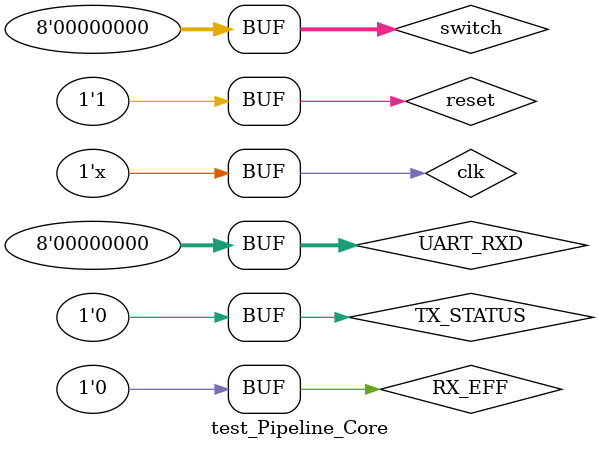
<source format=v>
`timescale 1ns / 1ps


module test_Pipeline_Core;

	// Inputs
	reg clk;
	reg reset;
	reg [7:0] switch;
	reg [7:0] UART_RXD;
	reg TX_STATUS;
	reg RX_EFF;

	// Outputs
	wire [7:0] led;
	wire [11:0] digits;
	wire [7:0] UART_TXD;
	wire TX_EN;
	wire RX_READ;

	// Instantiate the Unit Under Test (UUT)
	Pipeline_Core uut (
		.clk(clk), 
		.reset(reset), 
		.led(led), 
		.switch(switch), 
		.digits(digits), 
		.UART_TXD(UART_TXD), 
		.UART_RXD(UART_RXD), 
		.TX_STATUS(TX_STATUS), 
		.RX_EFF(RX_EFF), 
		.TX_EN(TX_EN), 
		.RX_READ(RX_READ)
	);

	initial begin
		// Initialize Inputs
		clk = 0;
		reset = 0;
		switch = 0;
		UART_RXD = 0;
		TX_STATUS = 0;
		RX_EFF = 0;

		// Wait 100 ns for global reset to finish
		#100000;
      reset = 1;
		// Add stimulus here
		//#200000 `pause;
		
		#1000000;
		TX_STATUS = 0;
	end
	
	always #100000 clk = ~clk;
      
endmodule


</source>
